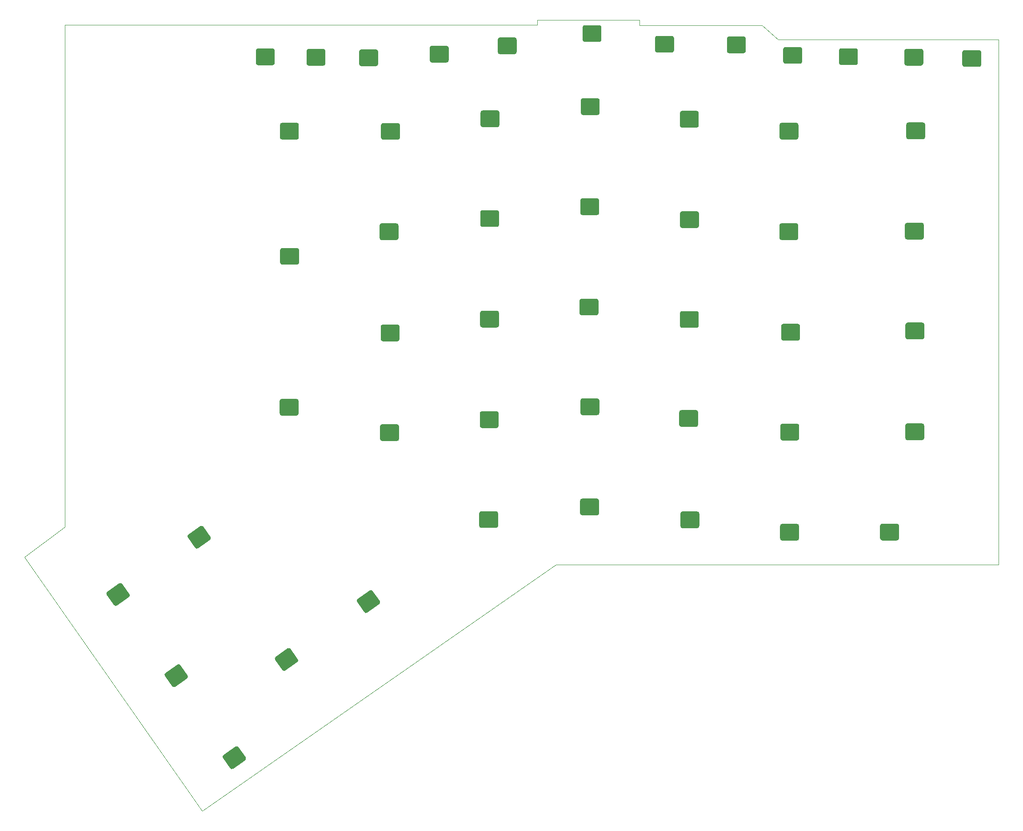
<source format=gbr>
%TF.GenerationSoftware,KiCad,Pcbnew,9.0.1*%
%TF.CreationDate,2025-07-25T20:29:55-04:00*%
%TF.ProjectId,splitboard right,73706c69-7462-46f6-9172-642072696768,rev?*%
%TF.SameCoordinates,Original*%
%TF.FileFunction,Profile,NP*%
%FSLAX46Y46*%
G04 Gerber Fmt 4.6, Leading zero omitted, Abs format (unit mm)*
G04 Created by KiCad (PCBNEW 9.0.1) date 2025-07-25 20:29:55*
%MOMM*%
%LPD*%
G01*
G04 APERTURE LIST*
%TA.AperFunction,Profile*%
%ADD10C,0.050000*%
%TD*%
%TA.AperFunction,Profile*%
%ADD11C,0.000000*%
%TD*%
G04 APERTURE END LIST*
D10*
X168010000Y-19290000D02*
X144610000Y-19290000D01*
X144610000Y-19290000D02*
X144610000Y-18300000D01*
X213050000Y-22010000D02*
X171020000Y-22010000D01*
X35110000Y-19280000D02*
X35110000Y-114860000D01*
X103220000Y-19280000D02*
X35110000Y-19280000D01*
X213050000Y-122060000D02*
X128680000Y-122060000D01*
X125160000Y-18300000D02*
X125160000Y-19280000D01*
X35110000Y-114860000D02*
X27440000Y-120630000D01*
X144610000Y-18300000D02*
X125160000Y-18300000D01*
X125160000Y-19280000D02*
X103220000Y-19280000D01*
X61290000Y-168950000D02*
X128680000Y-122060000D01*
X213050000Y-22010000D02*
X213050000Y-122060000D01*
X27440000Y-120630000D02*
X61290000Y-168950000D01*
X168010000Y-19290000D02*
X171020000Y-22010000D01*
D11*
%TA.AperFunction,Profile*%
%TO.C,L50*%
G36*
X71910000Y-23720000D02*
G01*
X74710000Y-23720000D01*
X74716500Y-23720000D01*
G75*
G02*
X75110000Y-24119500I-6800J-400300D01*
G01*
X75110000Y-24120000D01*
X75110000Y-26520000D01*
G75*
G02*
X74710000Y-26920000I-400000J0D01*
G01*
X71910000Y-26920000D01*
G75*
G02*
X71510000Y-26520000I0J400000D01*
G01*
X71510000Y-24119500D01*
G75*
G02*
X71910000Y-23719500I400000J0D01*
G01*
X71910000Y-23720000D01*
G37*
%TD.AperFunction*%
%TA.AperFunction,Profile*%
%TO.C,L39*%
G36*
X206510000Y-24040000D02*
G01*
X209310000Y-24040000D01*
X209316500Y-24040000D01*
G75*
G02*
X209710000Y-24439500I-6800J-400300D01*
G01*
X209710000Y-24440000D01*
X209710000Y-26840000D01*
G75*
G02*
X209310000Y-27240000I-400000J0D01*
G01*
X206510000Y-27240000D01*
G75*
G02*
X206110000Y-26840000I0J400000D01*
G01*
X206110000Y-24439500D01*
G75*
G02*
X206510000Y-24039500I400000J0D01*
G01*
X206510000Y-24040000D01*
G37*
%TD.AperFunction*%
%TA.AperFunction,Profile*%
%TO.C,L47*%
G36*
X105050000Y-23210250D02*
G01*
X107850000Y-23210250D01*
X107856500Y-23210250D01*
G75*
G02*
X108250000Y-23609750I-6800J-400250D01*
G01*
X108250000Y-23610250D01*
X108250000Y-26010250D01*
G75*
G02*
X107850000Y-26410250I-400000J-50D01*
G01*
X105050000Y-26410250D01*
G75*
G02*
X104650000Y-26010250I0J399950D01*
G01*
X104650000Y-23609750D01*
G75*
G02*
X105050000Y-23209750I400000J50D01*
G01*
X105050000Y-23210250D01*
G37*
%TD.AperFunction*%
%TA.AperFunction,Profile*%
%TO.C,L48*%
G36*
X91604682Y-23910000D02*
G01*
X94404682Y-23910000D01*
X94411182Y-23910000D01*
G75*
G02*
X94804682Y-24309500I-6882J-400300D01*
G01*
X94804682Y-24310000D01*
X94804682Y-26710000D01*
G75*
G02*
X94404682Y-27110000I-399982J0D01*
G01*
X91604682Y-27110000D01*
G75*
G02*
X91204682Y-26710000I18J400000D01*
G01*
X91204682Y-24309500D01*
G75*
G02*
X91604682Y-23909500I400018J0D01*
G01*
X91604682Y-23910000D01*
G37*
%TD.AperFunction*%
%TA.AperFunction,Profile*%
%TO.C,L40*%
G36*
X195470000Y-23790250D02*
G01*
X198270000Y-23790250D01*
X198276500Y-23790250D01*
G75*
G02*
X198670000Y-24189750I-6800J-400250D01*
G01*
X198670000Y-24190250D01*
X198670000Y-26590250D01*
G75*
G02*
X198270000Y-26990250I-400000J-50D01*
G01*
X195470000Y-26990250D01*
G75*
G02*
X195070000Y-26590250I0J399950D01*
G01*
X195070000Y-24189750D01*
G75*
G02*
X195470000Y-23789750I400000J50D01*
G01*
X195470000Y-23790250D01*
G37*
%TD.AperFunction*%
%TA.AperFunction,Profile*%
%TO.C,L43*%
G36*
X161660000Y-21440250D02*
G01*
X164460000Y-21440250D01*
X164466500Y-21440250D01*
G75*
G02*
X164860000Y-21839750I-6800J-400250D01*
G01*
X164860000Y-21840250D01*
X164860000Y-24240250D01*
G75*
G02*
X164460000Y-24640250I-400000J-50D01*
G01*
X161660000Y-24640250D01*
G75*
G02*
X161260000Y-24240250I0J399950D01*
G01*
X161260000Y-21839750D01*
G75*
G02*
X161660000Y-21439750I400000J50D01*
G01*
X161660000Y-21440250D01*
G37*
%TD.AperFunction*%
%TA.AperFunction,Profile*%
%TO.C,L45*%
G36*
X134160000Y-19290250D02*
G01*
X136960000Y-19290250D01*
X136966500Y-19290250D01*
G75*
G02*
X137360000Y-19689750I-6800J-400250D01*
G01*
X137360000Y-19690250D01*
X137360000Y-22090250D01*
G75*
G02*
X136960000Y-22490250I-400000J-50D01*
G01*
X134160000Y-22490250D01*
G75*
G02*
X133760000Y-22090250I0J399950D01*
G01*
X133760000Y-19689750D01*
G75*
G02*
X134160000Y-19289750I400000J50D01*
G01*
X134160000Y-19290250D01*
G37*
%TD.AperFunction*%
%TA.AperFunction,Profile*%
%TO.C,L41*%
G36*
X183010000Y-23690000D02*
G01*
X185810000Y-23690000D01*
X185816500Y-23690000D01*
G75*
G02*
X186210000Y-24089500I-6800J-400300D01*
G01*
X186210000Y-24090000D01*
X186210000Y-26490000D01*
G75*
G02*
X185810000Y-26890000I-400000J0D01*
G01*
X183010000Y-26890000D01*
G75*
G02*
X182610000Y-26490000I0J400000D01*
G01*
X182610000Y-24089500D01*
G75*
G02*
X183010000Y-23689500I400000J0D01*
G01*
X183010000Y-23690000D01*
G37*
%TD.AperFunction*%
%TA.AperFunction,Profile*%
%TO.C,L49*%
G36*
X81580000Y-23810000D02*
G01*
X84380000Y-23810000D01*
X84386500Y-23810000D01*
G75*
G02*
X84780000Y-24209500I-6800J-400300D01*
G01*
X84780000Y-24210000D01*
X84780000Y-26610000D01*
G75*
G02*
X84380000Y-27010000I-400000J0D01*
G01*
X81580000Y-27010000D01*
G75*
G02*
X81180000Y-26610000I0J400000D01*
G01*
X81180000Y-24209500D01*
G75*
G02*
X81580000Y-23809500I400000J0D01*
G01*
X81580000Y-23810000D01*
G37*
%TD.AperFunction*%
%TA.AperFunction,Profile*%
%TO.C,L46*%
G36*
X118000000Y-21630250D02*
G01*
X120800000Y-21630250D01*
X120806500Y-21630250D01*
G75*
G02*
X121200000Y-22029750I-6800J-400250D01*
G01*
X121200000Y-22030250D01*
X121200000Y-24430250D01*
G75*
G02*
X120800000Y-24830250I-400000J-50D01*
G01*
X118000000Y-24830250D01*
G75*
G02*
X117600000Y-24430250I0J399950D01*
G01*
X117600000Y-22029750D01*
G75*
G02*
X118000000Y-21629750I400000J50D01*
G01*
X118000000Y-21630250D01*
G37*
%TD.AperFunction*%
%TA.AperFunction,Profile*%
%TO.C,L42*%
G36*
X172390000Y-23450000D02*
G01*
X175190000Y-23450000D01*
X175196500Y-23450000D01*
G75*
G02*
X175590000Y-23849500I-6800J-400300D01*
G01*
X175590000Y-23850000D01*
X175590000Y-26250000D01*
G75*
G02*
X175190000Y-26650000I-400000J0D01*
G01*
X172390000Y-26650000D01*
G75*
G02*
X171990000Y-26250000I0J400000D01*
G01*
X171990000Y-23849500D01*
G75*
G02*
X172390000Y-23449500I400000J0D01*
G01*
X172390000Y-23450000D01*
G37*
%TD.AperFunction*%
%TA.AperFunction,Profile*%
%TO.C,L44*%
G36*
X147980000Y-21320000D02*
G01*
X150780000Y-21320000D01*
X150786500Y-21320000D01*
G75*
G02*
X151180000Y-21719500I-6800J-400300D01*
G01*
X151180000Y-21720000D01*
X151180000Y-24120000D01*
G75*
G02*
X150780000Y-24520000I-400000J0D01*
G01*
X147980000Y-24520000D01*
G75*
G02*
X147580000Y-24120000I0J400000D01*
G01*
X147580000Y-21719500D01*
G75*
G02*
X147980000Y-21319500I400000J0D01*
G01*
X147980000Y-21320000D01*
G37*
%TD.AperFunction*%
%TA.AperFunction,Profile*%
%TO.C,L20*%
G36*
X98500000Y-76290000D02*
G01*
X98500000Y-76290000D01*
G75*
G02*
X98900000Y-76690000I0J-400000D01*
G01*
X98900000Y-79090000D01*
X98900000Y-79090500D01*
G75*
G02*
X98506500Y-79490000I-400300J800D01*
G01*
X98500000Y-79490000D01*
X95700000Y-79490000D01*
X95700000Y-79490500D01*
G75*
G02*
X95300000Y-79090500I0J400000D01*
G01*
X95300000Y-76690000D01*
G75*
G02*
X95700000Y-76290000I400000J0D01*
G01*
X98500000Y-76290000D01*
G37*
%TD.AperFunction*%
%TA.AperFunction,Profile*%
%TO.C,L28*%
G36*
X193650000Y-114220000D02*
G01*
X193650000Y-114220000D01*
G75*
G02*
X194050000Y-114620000I0J-400000D01*
G01*
X194050000Y-117020000D01*
X194050000Y-117020500D01*
G75*
G02*
X193656500Y-117420000I-400300J800D01*
G01*
X193650000Y-117420000D01*
X190850000Y-117420000D01*
X190850000Y-117420500D01*
G75*
G02*
X190450000Y-117020500I0J400000D01*
G01*
X190450000Y-114620000D01*
G75*
G02*
X190850000Y-114220000I400000J0D01*
G01*
X193650000Y-114220000D01*
G37*
%TD.AperFunction*%
%TA.AperFunction,Profile*%
%TO.C,L6*%
G36*
X98570000Y-37920000D02*
G01*
X98570000Y-37920000D01*
G75*
G02*
X98970000Y-38320000I0J-400000D01*
G01*
X98970000Y-40720000D01*
X98970000Y-40720500D01*
G75*
G02*
X98576500Y-41120000I-400300J800D01*
G01*
X98570000Y-41120000D01*
X95770000Y-41120000D01*
X95770000Y-41120500D01*
G75*
G02*
X95370000Y-40720500I0J400000D01*
G01*
X95370000Y-38320000D01*
G75*
G02*
X95770000Y-37920000I400000J0D01*
G01*
X98570000Y-37920000D01*
G37*
%TD.AperFunction*%
%TA.AperFunction,Profile*%
%TO.C,L31*%
G36*
X136500000Y-109440000D02*
G01*
X136500000Y-109440000D01*
G75*
G02*
X136900000Y-109840000I0J-400000D01*
G01*
X136900000Y-112240000D01*
X136900000Y-112240500D01*
G75*
G02*
X136506500Y-112640000I-400300J800D01*
G01*
X136500000Y-112640000D01*
X133700000Y-112640000D01*
X133700000Y-112640500D01*
G75*
G02*
X133300000Y-112240500I0J400000D01*
G01*
X133300000Y-109840000D01*
G75*
G02*
X133700000Y-109440000I400000J0D01*
G01*
X136500000Y-109440000D01*
G37*
%TD.AperFunction*%
%TA.AperFunction,Profile*%
%TO.C,L33*%
G36*
X93199091Y-126946350D02*
G01*
X93199091Y-126946350D01*
G75*
G02*
X93756182Y-127044580I229409J-327650D01*
G01*
X95132765Y-129010545D01*
X95133052Y-129010954D01*
G75*
G02*
X95039860Y-129563908I-328352J-228946D01*
G01*
X95034535Y-129567636D01*
X92740909Y-131173650D01*
X92741196Y-131174060D01*
G75*
G02*
X92184105Y-131075830I-229396J327660D01*
G01*
X90807235Y-129109455D01*
G75*
G02*
X90905465Y-128552364I327665J229455D01*
G01*
X93199091Y-126946350D01*
G37*
%TD.AperFunction*%
%TA.AperFunction,Profile*%
%TO.C,L27*%
G36*
X198450000Y-95130000D02*
G01*
X198450000Y-95130000D01*
G75*
G02*
X198850000Y-95530000I0J-400000D01*
G01*
X198850000Y-97930000D01*
X198850000Y-97930500D01*
G75*
G02*
X198456500Y-98330000I-400300J800D01*
G01*
X198450000Y-98330000D01*
X195650000Y-98330000D01*
X195650000Y-98330500D01*
G75*
G02*
X195250000Y-97930500I0J400000D01*
G01*
X195250000Y-95530000D01*
G75*
G02*
X195650000Y-95130000I400000J0D01*
G01*
X198450000Y-95130000D01*
G37*
%TD.AperFunction*%
%TA.AperFunction,Profile*%
%TO.C,L13*%
G36*
X174470000Y-57010000D02*
G01*
X174470000Y-57010000D01*
G75*
G02*
X174870000Y-57410000I0J-400000D01*
G01*
X174870000Y-59810000D01*
X174870000Y-59810500D01*
G75*
G02*
X174476500Y-60210000I-400300J800D01*
G01*
X174470000Y-60210000D01*
X171670000Y-60210000D01*
X171670000Y-60210500D01*
G75*
G02*
X171270000Y-59810500I0J400000D01*
G01*
X171270000Y-57410000D01*
G75*
G02*
X171670000Y-57010000I400000J0D01*
G01*
X174470000Y-57010000D01*
G37*
%TD.AperFunction*%
%TA.AperFunction,Profile*%
%TO.C,L21*%
G36*
X79260000Y-90450000D02*
G01*
X79260000Y-90450000D01*
G75*
G02*
X79660000Y-90850000I0J-400000D01*
G01*
X79660000Y-93250000D01*
X79660000Y-93250500D01*
G75*
G02*
X79266500Y-93650000I-400300J800D01*
G01*
X79260000Y-93650000D01*
X76460000Y-93650000D01*
X76460000Y-93650500D01*
G75*
G02*
X76060000Y-93250500I0J400000D01*
G01*
X76060000Y-90850000D01*
G75*
G02*
X76460000Y-90450000I400000J0D01*
G01*
X79260000Y-90450000D01*
G37*
%TD.AperFunction*%
%TA.AperFunction,Profile*%
%TO.C,L17*%
G36*
X155500000Y-73730000D02*
G01*
X155500000Y-73730000D01*
G75*
G02*
X155900000Y-74130000I0J-400000D01*
G01*
X155900000Y-76530000D01*
X155900000Y-76530500D01*
G75*
G02*
X155506500Y-76930000I-400300J800D01*
G01*
X155500000Y-76930000D01*
X152700000Y-76930000D01*
X152700000Y-76930500D01*
G75*
G02*
X152300000Y-76530500I0J400000D01*
G01*
X152300000Y-74130000D01*
G75*
G02*
X152700000Y-73730000I400000J0D01*
G01*
X155500000Y-73730000D01*
G37*
%TD.AperFunction*%
%TA.AperFunction,Profile*%
%TO.C,L37*%
G36*
X45499091Y-125586350D02*
G01*
X45499091Y-125586350D01*
G75*
G02*
X46056182Y-125684580I229409J-327650D01*
G01*
X47432765Y-127650545D01*
X47433052Y-127650954D01*
G75*
G02*
X47339860Y-128203908I-328352J-228946D01*
G01*
X47334535Y-128207636D01*
X45040909Y-129813650D01*
X45041196Y-129814060D01*
G75*
G02*
X44484105Y-129715830I-229396J327660D01*
G01*
X43107235Y-127749455D01*
G75*
G02*
X43205465Y-127192364I327665J229455D01*
G01*
X45499091Y-125586350D01*
G37*
%TD.AperFunction*%
%TA.AperFunction,Profile*%
%TO.C,L12*%
G36*
X155540000Y-54720000D02*
G01*
X155540000Y-54720000D01*
G75*
G02*
X155940000Y-55120000I0J-400000D01*
G01*
X155940000Y-57520000D01*
X155940000Y-57520500D01*
G75*
G02*
X155546500Y-57920000I-400300J800D01*
G01*
X155540000Y-57920000D01*
X152740000Y-57920000D01*
X152740000Y-57920500D01*
G75*
G02*
X152340000Y-57520500I0J400000D01*
G01*
X152340000Y-55120000D01*
G75*
G02*
X152740000Y-54720000I400000J0D01*
G01*
X155540000Y-54720000D01*
G37*
%TD.AperFunction*%
%TA.AperFunction,Profile*%
%TO.C,L2*%
G36*
X174480000Y-37870000D02*
G01*
X174480000Y-37870000D01*
G75*
G02*
X174880000Y-38270000I0J-400000D01*
G01*
X174880000Y-40670000D01*
X174880000Y-40670500D01*
G75*
G02*
X174486500Y-41070000I-400300J800D01*
G01*
X174480000Y-41070000D01*
X171680000Y-41070000D01*
X171680000Y-41070500D01*
G75*
G02*
X171280000Y-40670500I0J400000D01*
G01*
X171280000Y-38270000D01*
G75*
G02*
X171680000Y-37870000I400000J0D01*
G01*
X174480000Y-37870000D01*
G37*
%TD.AperFunction*%
%TA.AperFunction,Profile*%
%TO.C,L15*%
G36*
X198480000Y-75920000D02*
G01*
X198480000Y-75920000D01*
G75*
G02*
X198880000Y-76320000I0J-400000D01*
G01*
X198880000Y-78720000D01*
X198880000Y-78720500D01*
G75*
G02*
X198486500Y-79120000I-400300J800D01*
G01*
X198480000Y-79120000D01*
X195680000Y-79120000D01*
X195680000Y-79120500D01*
G75*
G02*
X195280000Y-78720500I0J400000D01*
G01*
X195280000Y-76320000D01*
G75*
G02*
X195680000Y-75920000I400000J0D01*
G01*
X198480000Y-75920000D01*
G37*
%TD.AperFunction*%
%TA.AperFunction,Profile*%
%TO.C,L24*%
G36*
X136560000Y-90350000D02*
G01*
X136560000Y-90350000D01*
G75*
G02*
X136960000Y-90750000I0J-400000D01*
G01*
X136960000Y-93150000D01*
X136960000Y-93150500D01*
G75*
G02*
X136566500Y-93550000I-400300J800D01*
G01*
X136560000Y-93550000D01*
X133760000Y-93550000D01*
X133760000Y-93550500D01*
G75*
G02*
X133360000Y-93150500I0J400000D01*
G01*
X133360000Y-90750000D01*
G75*
G02*
X133760000Y-90350000I400000J0D01*
G01*
X136560000Y-90350000D01*
G37*
%TD.AperFunction*%
%TA.AperFunction,Profile*%
%TO.C,L10*%
G36*
X117470000Y-54520000D02*
G01*
X117470000Y-54520000D01*
G75*
G02*
X117870000Y-54920000I0J-400000D01*
G01*
X117870000Y-57320000D01*
X117870000Y-57320500D01*
G75*
G02*
X117476500Y-57720000I-400300J800D01*
G01*
X117470000Y-57720000D01*
X114670000Y-57720000D01*
X114670000Y-57720500D01*
G75*
G02*
X114270000Y-57320500I0J400000D01*
G01*
X114270000Y-54920000D01*
G75*
G02*
X114670000Y-54520000I400000J0D01*
G01*
X117470000Y-54520000D01*
G37*
%TD.AperFunction*%
%TA.AperFunction,Profile*%
%TO.C,L11*%
G36*
X136530000Y-52260000D02*
G01*
X136530000Y-52260000D01*
G75*
G02*
X136930000Y-52660000I0J-400000D01*
G01*
X136930000Y-55060000D01*
X136930000Y-55060500D01*
G75*
G02*
X136536500Y-55460000I-400300J800D01*
G01*
X136530000Y-55460000D01*
X133730000Y-55460000D01*
X133730000Y-55460500D01*
G75*
G02*
X133330000Y-55060500I0J400000D01*
G01*
X133330000Y-52660000D01*
G75*
G02*
X133730000Y-52260000I400000J0D01*
G01*
X136530000Y-52260000D01*
G37*
%TD.AperFunction*%
%TA.AperFunction,Profile*%
%TO.C,L36*%
G36*
X56579091Y-141056350D02*
G01*
X56579091Y-141056350D01*
G75*
G02*
X57136182Y-141154580I229409J-327650D01*
G01*
X58512765Y-143120545D01*
X58513052Y-143120954D01*
G75*
G02*
X58419860Y-143673908I-328352J-228946D01*
G01*
X58414535Y-143677636D01*
X56120909Y-145283650D01*
X56121196Y-145284060D01*
G75*
G02*
X55564105Y-145185830I-229396J327660D01*
G01*
X54187235Y-143219455D01*
G75*
G02*
X54285465Y-142662364I327665J229455D01*
G01*
X56579091Y-141056350D01*
G37*
%TD.AperFunction*%
%TA.AperFunction,Profile*%
%TO.C,L23*%
G36*
X117380000Y-92800000D02*
G01*
X117380000Y-92800000D01*
G75*
G02*
X117780000Y-93200000I0J-400000D01*
G01*
X117780000Y-95600000D01*
X117780000Y-95600500D01*
G75*
G02*
X117386500Y-96000000I-400300J800D01*
G01*
X117380000Y-96000000D01*
X114580000Y-96000000D01*
X114580000Y-96000500D01*
G75*
G02*
X114180000Y-95600500I0J400000D01*
G01*
X114180000Y-93200000D01*
G75*
G02*
X114580000Y-92800000I400000J0D01*
G01*
X117380000Y-92800000D01*
G37*
%TD.AperFunction*%
%TA.AperFunction,Profile*%
%TO.C,L29*%
G36*
X174604682Y-114250000D02*
G01*
X174604682Y-114250000D01*
G75*
G02*
X175004682Y-114650000I18J-400000D01*
G01*
X175004682Y-117050000D01*
X175004682Y-117050500D01*
G75*
G02*
X174611182Y-117450000I-400382J800D01*
G01*
X174604682Y-117450000D01*
X171804682Y-117450000D01*
X171804682Y-117450500D01*
G75*
G02*
X171404682Y-117050500I18J400000D01*
G01*
X171404682Y-114650000D01*
G75*
G02*
X171804682Y-114250000I400018J0D01*
G01*
X174604682Y-114250000D01*
G37*
%TD.AperFunction*%
%TA.AperFunction,Profile*%
%TO.C,L4*%
G36*
X136630000Y-33200000D02*
G01*
X136630000Y-33200000D01*
G75*
G02*
X137030000Y-33600000I0J-400000D01*
G01*
X137030000Y-36000000D01*
X137030000Y-36000500D01*
G75*
G02*
X136636500Y-36400000I-400300J800D01*
G01*
X136630000Y-36400000D01*
X133830000Y-36400000D01*
X133830000Y-36400500D01*
G75*
G02*
X133430000Y-36000500I0J400000D01*
G01*
X133430000Y-33600000D01*
G75*
G02*
X133830000Y-33200000I400000J0D01*
G01*
X136630000Y-33200000D01*
G37*
%TD.AperFunction*%
%TA.AperFunction,Profile*%
%TO.C,L1*%
G36*
X198630000Y-37820000D02*
G01*
X198630000Y-37820000D01*
G75*
G02*
X199030000Y-38220000I0J-400000D01*
G01*
X199030000Y-40620000D01*
X199030000Y-40620500D01*
G75*
G02*
X198636500Y-41020000I-400300J800D01*
G01*
X198630000Y-41020000D01*
X195830000Y-41020000D01*
X195830000Y-41020500D01*
G75*
G02*
X195430000Y-40620500I0J400000D01*
G01*
X195430000Y-38220000D01*
G75*
G02*
X195830000Y-37820000I400000J0D01*
G01*
X198630000Y-37820000D01*
G37*
%TD.AperFunction*%
%TA.AperFunction,Profile*%
%TO.C,L25*%
G36*
X155370000Y-92590000D02*
G01*
X155370000Y-92590000D01*
G75*
G02*
X155770000Y-92990000I0J-400000D01*
G01*
X155770000Y-95390000D01*
X155770000Y-95390500D01*
G75*
G02*
X155376500Y-95790000I-400300J800D01*
G01*
X155370000Y-95790000D01*
X152570000Y-95790000D01*
X152570000Y-95790500D01*
G75*
G02*
X152170000Y-95390500I0J400000D01*
G01*
X152170000Y-92990000D01*
G75*
G02*
X152570000Y-92590000I400000J0D01*
G01*
X155370000Y-92590000D01*
G37*
%TD.AperFunction*%
%TA.AperFunction,Profile*%
%TO.C,L5*%
G36*
X117530000Y-35520000D02*
G01*
X117530000Y-35520000D01*
G75*
G02*
X117930000Y-35920000I0J-400000D01*
G01*
X117930000Y-38320000D01*
X117930000Y-38320500D01*
G75*
G02*
X117536500Y-38720000I-400300J800D01*
G01*
X117530000Y-38720000D01*
X114730000Y-38720000D01*
X114730000Y-38720500D01*
G75*
G02*
X114330000Y-38320500I0J400000D01*
G01*
X114330000Y-35920000D01*
G75*
G02*
X114730000Y-35520000I400000J0D01*
G01*
X117530000Y-35520000D01*
G37*
%TD.AperFunction*%
%TA.AperFunction,Profile*%
%TO.C,L16*%
G36*
X174790000Y-76170000D02*
G01*
X174790000Y-76170000D01*
G75*
G02*
X175190000Y-76570000I0J-400000D01*
G01*
X175190000Y-78970000D01*
X175190000Y-78970500D01*
G75*
G02*
X174796500Y-79370000I-400300J800D01*
G01*
X174790000Y-79370000D01*
X171990000Y-79370000D01*
X171990000Y-79370500D01*
G75*
G02*
X171590000Y-78970500I0J400000D01*
G01*
X171590000Y-76570000D01*
G75*
G02*
X171990000Y-76170000I400000J0D01*
G01*
X174790000Y-76170000D01*
G37*
%TD.AperFunction*%
%TA.AperFunction,Profile*%
%TO.C,L9*%
G36*
X98290000Y-57030000D02*
G01*
X98290000Y-57030000D01*
G75*
G02*
X98690000Y-57430000I0J-400000D01*
G01*
X98690000Y-59830000D01*
X98690000Y-59830500D01*
G75*
G02*
X98296500Y-60230000I-400300J800D01*
G01*
X98290000Y-60230000D01*
X95490000Y-60230000D01*
X95490000Y-60230500D01*
G75*
G02*
X95090000Y-59830500I0J400000D01*
G01*
X95090000Y-57430000D01*
G75*
G02*
X95490000Y-57030000I400000J0D01*
G01*
X98290000Y-57030000D01*
G37*
%TD.AperFunction*%
%TA.AperFunction,Profile*%
%TO.C,L19*%
G36*
X117440000Y-73660000D02*
G01*
X117440000Y-73660000D01*
G75*
G02*
X117840000Y-74060000I0J-400000D01*
G01*
X117840000Y-76460000D01*
X117840000Y-76460500D01*
G75*
G02*
X117446500Y-76860000I-400300J800D01*
G01*
X117440000Y-76860000D01*
X114640000Y-76860000D01*
X114640000Y-76860500D01*
G75*
G02*
X114240000Y-76460500I0J400000D01*
G01*
X114240000Y-74060000D01*
G75*
G02*
X114640000Y-73660000I400000J0D01*
G01*
X117440000Y-73660000D01*
G37*
%TD.AperFunction*%
%TA.AperFunction,Profile*%
%TO.C,L14*%
G36*
X198380000Y-56910000D02*
G01*
X198380000Y-56910000D01*
G75*
G02*
X198780000Y-57310000I0J-400000D01*
G01*
X198780000Y-59710000D01*
X198780000Y-59710500D01*
G75*
G02*
X198386500Y-60110000I-400300J800D01*
G01*
X198380000Y-60110000D01*
X195580000Y-60110000D01*
X195580000Y-60110500D01*
G75*
G02*
X195180000Y-59710500I0J400000D01*
G01*
X195180000Y-57310000D01*
G75*
G02*
X195580000Y-56910000I400000J0D01*
G01*
X198380000Y-56910000D01*
G37*
%TD.AperFunction*%
%TA.AperFunction,Profile*%
%TO.C,L35*%
G36*
X67639091Y-156666350D02*
G01*
X67639091Y-156666350D01*
G75*
G02*
X68196182Y-156764580I229409J-327650D01*
G01*
X69572765Y-158730545D01*
X69573052Y-158730954D01*
G75*
G02*
X69479860Y-159283908I-328352J-228946D01*
G01*
X69474535Y-159287636D01*
X67180909Y-160893650D01*
X67181196Y-160894060D01*
G75*
G02*
X66624105Y-160795830I-229396J327660D01*
G01*
X65247235Y-158829455D01*
G75*
G02*
X65345465Y-158272364I327665J229455D01*
G01*
X67639091Y-156666350D01*
G37*
%TD.AperFunction*%
%TA.AperFunction,Profile*%
%TO.C,L30*%
G36*
X155600000Y-111890000D02*
G01*
X155600000Y-111890000D01*
G75*
G02*
X156000000Y-112290000I0J-400000D01*
G01*
X156000000Y-114690000D01*
X156000000Y-114690500D01*
G75*
G02*
X155606500Y-115090000I-400300J800D01*
G01*
X155600000Y-115090000D01*
X152800000Y-115090000D01*
X152800000Y-115090500D01*
G75*
G02*
X152400000Y-114690500I0J400000D01*
G01*
X152400000Y-112290000D01*
G75*
G02*
X152800000Y-111890000I400000J0D01*
G01*
X155600000Y-111890000D01*
G37*
%TD.AperFunction*%
%TA.AperFunction,Profile*%
%TO.C,L34*%
G36*
X77589091Y-137966350D02*
G01*
X77589091Y-137966350D01*
G75*
G02*
X78146182Y-138064580I229409J-327650D01*
G01*
X79522765Y-140030545D01*
X79523052Y-140030954D01*
G75*
G02*
X79429860Y-140583908I-328352J-228946D01*
G01*
X79424535Y-140587636D01*
X77130909Y-142193650D01*
X77131196Y-142194060D01*
G75*
G02*
X76574105Y-142095830I-229396J327660D01*
G01*
X75197235Y-140129455D01*
G75*
G02*
X75295465Y-139572364I327665J229455D01*
G01*
X77589091Y-137966350D01*
G37*
%TD.AperFunction*%
%TA.AperFunction,Profile*%
%TO.C,L22*%
G36*
X98390000Y-95290000D02*
G01*
X98390000Y-95290000D01*
G75*
G02*
X98790000Y-95690000I0J-400000D01*
G01*
X98790000Y-98090000D01*
X98790000Y-98090500D01*
G75*
G02*
X98396500Y-98490000I-400300J800D01*
G01*
X98390000Y-98490000D01*
X95590000Y-98490000D01*
X95590000Y-98490500D01*
G75*
G02*
X95190000Y-98090500I0J400000D01*
G01*
X95190000Y-95690000D01*
G75*
G02*
X95590000Y-95290000I400000J0D01*
G01*
X98390000Y-95290000D01*
G37*
%TD.AperFunction*%
%TA.AperFunction,Profile*%
%TO.C,L3*%
G36*
X155510000Y-35610000D02*
G01*
X155510000Y-35610000D01*
G75*
G02*
X155910000Y-36010000I0J-400000D01*
G01*
X155910000Y-38410000D01*
X155910000Y-38410500D01*
G75*
G02*
X155516500Y-38810000I-400300J800D01*
G01*
X155510000Y-38810000D01*
X152710000Y-38810000D01*
X152710000Y-38810500D01*
G75*
G02*
X152310000Y-38410500I0J400000D01*
G01*
X152310000Y-36010000D01*
G75*
G02*
X152710000Y-35610000I400000J0D01*
G01*
X155510000Y-35610000D01*
G37*
%TD.AperFunction*%
%TA.AperFunction,Profile*%
%TO.C,L8*%
G36*
X79354682Y-61710000D02*
G01*
X79354682Y-61710000D01*
G75*
G02*
X79754682Y-62110000I18J-400000D01*
G01*
X79754682Y-64510000D01*
X79754682Y-64510500D01*
G75*
G02*
X79361182Y-64910000I-400382J800D01*
G01*
X79354682Y-64910000D01*
X76554682Y-64910000D01*
X76554682Y-64910500D01*
G75*
G02*
X76154682Y-64510500I18J400000D01*
G01*
X76154682Y-62110000D01*
G75*
G02*
X76554682Y-61710000I400018J0D01*
G01*
X79354682Y-61710000D01*
G37*
%TD.AperFunction*%
%TA.AperFunction,Profile*%
%TO.C,L26*%
G36*
X174640000Y-95170000D02*
G01*
X174640000Y-95170000D01*
G75*
G02*
X175040000Y-95570000I0J-400000D01*
G01*
X175040000Y-97970000D01*
X175040000Y-97970500D01*
G75*
G02*
X174646500Y-98370000I-400300J800D01*
G01*
X174640000Y-98370000D01*
X171840000Y-98370000D01*
X171840000Y-98370500D01*
G75*
G02*
X171440000Y-97970500I0J400000D01*
G01*
X171440000Y-95570000D01*
G75*
G02*
X171840000Y-95170000I400000J0D01*
G01*
X174640000Y-95170000D01*
G37*
%TD.AperFunction*%
%TA.AperFunction,Profile*%
%TO.C,L32*%
G36*
X117270000Y-111840000D02*
G01*
X117270000Y-111840000D01*
G75*
G02*
X117670000Y-112240000I0J-400000D01*
G01*
X117670000Y-114640000D01*
X117670000Y-114640500D01*
G75*
G02*
X117276500Y-115040000I-400300J800D01*
G01*
X117270000Y-115040000D01*
X114470000Y-115040000D01*
X114470000Y-115040500D01*
G75*
G02*
X114070000Y-114640500I0J400000D01*
G01*
X114070000Y-112240000D01*
G75*
G02*
X114470000Y-111840000I400000J0D01*
G01*
X117270000Y-111840000D01*
G37*
%TD.AperFunction*%
%TA.AperFunction,Profile*%
%TO.C,L38*%
G36*
X60959091Y-114686350D02*
G01*
X60959091Y-114686350D01*
G75*
G02*
X61516182Y-114784580I229409J-327650D01*
G01*
X62892765Y-116750545D01*
X62893052Y-116750954D01*
G75*
G02*
X62799860Y-117303908I-328352J-228946D01*
G01*
X62794535Y-117307636D01*
X60500909Y-118913650D01*
X60501196Y-118914060D01*
G75*
G02*
X59944105Y-118815830I-229396J327660D01*
G01*
X58567235Y-116849455D01*
G75*
G02*
X58665465Y-116292364I327665J229455D01*
G01*
X60959091Y-114686350D01*
G37*
%TD.AperFunction*%
%TA.AperFunction,Profile*%
%TO.C,L18*%
G36*
X136390000Y-71360000D02*
G01*
X136390000Y-71360000D01*
G75*
G02*
X136790000Y-71760000I0J-400000D01*
G01*
X136790000Y-74160000D01*
X136790000Y-74160500D01*
G75*
G02*
X136396500Y-74560000I-400300J800D01*
G01*
X136390000Y-74560000D01*
X133590000Y-74560000D01*
X133590000Y-74560500D01*
G75*
G02*
X133190000Y-74160500I0J400000D01*
G01*
X133190000Y-71760000D01*
G75*
G02*
X133590000Y-71360000I400000J0D01*
G01*
X136390000Y-71360000D01*
G37*
%TD.AperFunction*%
%TA.AperFunction,Profile*%
%TO.C,L7*%
G36*
X79310000Y-37880000D02*
G01*
X79310000Y-37880000D01*
G75*
G02*
X79710000Y-38280000I0J-400000D01*
G01*
X79710000Y-40680000D01*
X79710000Y-40680500D01*
G75*
G02*
X79316500Y-41080000I-400300J800D01*
G01*
X79310000Y-41080000D01*
X76510000Y-41080000D01*
X76510000Y-41080500D01*
G75*
G02*
X76110000Y-40680500I0J400000D01*
G01*
X76110000Y-38280000D01*
G75*
G02*
X76510000Y-37880000I400000J0D01*
G01*
X79310000Y-37880000D01*
G37*
%TD.AperFunction*%
%TD*%
M02*

</source>
